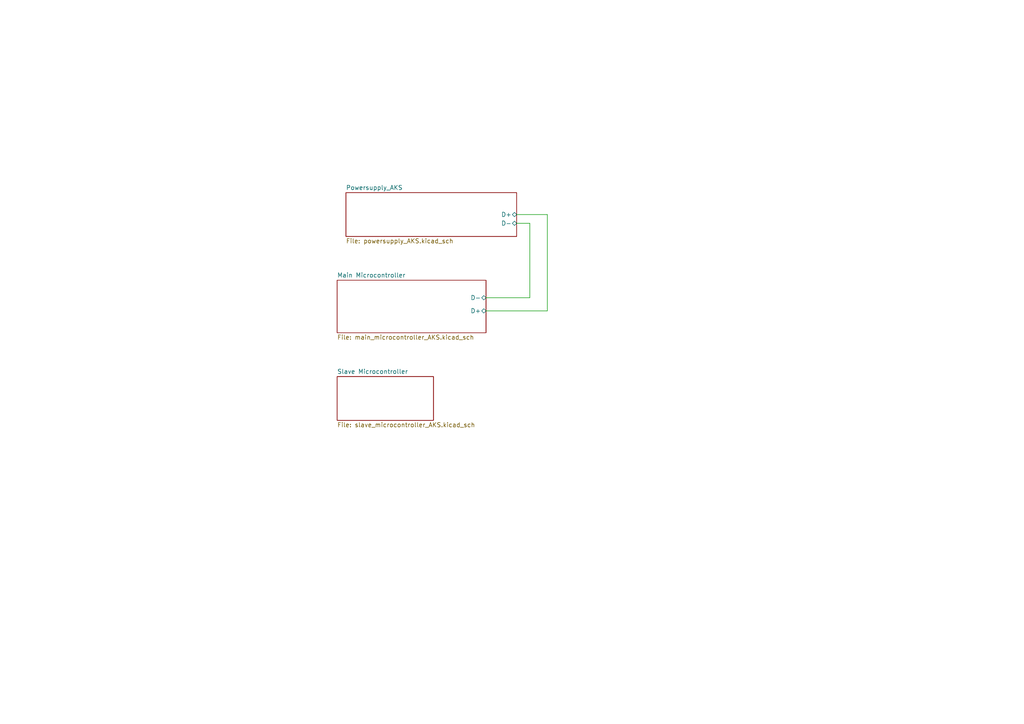
<source format=kicad_sch>
(kicad_sch
	(version 20231120)
	(generator "eeschema")
	(generator_version "8.0")
	(uuid "ff414881-00bc-48a3-bd83-dba8c1da722a")
	(paper "A4")
	(title_block
		(title "Main sheet")
		(date "2024-03-27")
		(rev "v1.0")
		(company "Mechatronik Schule Winterthur")
		(comment 1 "This is the main schematic sheet of this KiCad Project")
	)
	(lib_symbols)
	(wire
		(pts
			(xy 158.75 90.17) (xy 158.75 62.23)
		)
		(stroke
			(width 0)
			(type default)
		)
		(uuid "05f72442-aeeb-4c73-8eb3-1ddae14d2be4")
	)
	(wire
		(pts
			(xy 140.97 86.36) (xy 153.67 86.36)
		)
		(stroke
			(width 0)
			(type default)
		)
		(uuid "248f463d-a232-47d9-846f-c866b34700fe")
	)
	(wire
		(pts
			(xy 158.75 62.23) (xy 149.86 62.23)
		)
		(stroke
			(width 0)
			(type default)
		)
		(uuid "65c2fbb7-f7b9-4257-80e9-f6283a4b8d2c")
	)
	(wire
		(pts
			(xy 140.97 90.17) (xy 158.75 90.17)
		)
		(stroke
			(width 0)
			(type default)
		)
		(uuid "7e065f1a-208c-4ded-bd4f-cac89a2a6a2a")
	)
	(wire
		(pts
			(xy 153.67 64.77) (xy 149.86 64.77)
		)
		(stroke
			(width 0)
			(type default)
		)
		(uuid "b0df4ef3-a728-44f9-a80c-c19972996a21")
	)
	(wire
		(pts
			(xy 153.67 86.36) (xy 153.67 64.77)
		)
		(stroke
			(width 0)
			(type default)
		)
		(uuid "bfb0b663-189f-44b6-a2f9-005b1242e486")
	)
	(sheet
		(at 97.79 81.28)
		(size 43.18 15.24)
		(fields_autoplaced yes)
		(stroke
			(width 0.1524)
			(type solid)
		)
		(fill
			(color 0 0 0 0.0000)
		)
		(uuid "352ad1d3-9b58-40da-b881-d99a3f860b8b")
		(property "Sheetname" "Main Microcontroller"
			(at 97.79 80.5684 0)
			(effects
				(font
					(size 1.27 1.27)
				)
				(justify left bottom)
			)
		)
		(property "Sheetfile" "main_microcontroller_AKS.kicad_sch"
			(at 97.79 97.1046 0)
			(effects
				(font
					(size 1.27 1.27)
				)
				(justify left top)
			)
		)
		(pin "D-" bidirectional
			(at 140.97 86.36 0)
			(effects
				(font
					(size 1.27 1.27)
				)
				(justify right)
			)
			(uuid "82a1feae-cf04-4503-b5f7-4f9739c7f505")
		)
		(pin "D+" bidirectional
			(at 140.97 90.17 0)
			(effects
				(font
					(size 1.27 1.27)
				)
				(justify right)
			)
			(uuid "3c56f490-1408-48ba-8177-233b5abdefc2")
		)
		(instances
			(project "Automatischer-Kabelschneider"
				(path "/ff414881-00bc-48a3-bd83-dba8c1da722a"
					(page "3")
				)
			)
		)
	)
	(sheet
		(at 97.79 109.22)
		(size 27.94 12.7)
		(fields_autoplaced yes)
		(stroke
			(width 0.1524)
			(type solid)
		)
		(fill
			(color 0 0 0 0.0000)
		)
		(uuid "b7d74188-216a-42cc-9b81-f0b98f12fae4")
		(property "Sheetname" "Slave Microcontroller"
			(at 97.79 108.5084 0)
			(effects
				(font
					(size 1.27 1.27)
				)
				(justify left bottom)
			)
		)
		(property "Sheetfile" "slave_microcontroller_AKS.kicad_sch"
			(at 97.79 122.5046 0)
			(effects
				(font
					(size 1.27 1.27)
				)
				(justify left top)
			)
		)
		(instances
			(project "Automatischer-Kabelschneider"
				(path "/ff414881-00bc-48a3-bd83-dba8c1da722a"
					(page "4")
				)
			)
		)
	)
	(sheet
		(at 100.33 55.88)
		(size 49.53 12.7)
		(fields_autoplaced yes)
		(stroke
			(width 0.1524)
			(type solid)
		)
		(fill
			(color 0 0 0 0.0000)
		)
		(uuid "f74e80f9-ed0a-4a5e-b87b-a2149d82d164")
		(property "Sheetname" "Powersupply_AKS"
			(at 100.33 55.1684 0)
			(effects
				(font
					(size 1.27 1.27)
				)
				(justify left bottom)
			)
		)
		(property "Sheetfile" "powersupply_AKS.kicad_sch"
			(at 100.33 69.1646 0)
			(effects
				(font
					(size 1.27 1.27)
				)
				(justify left top)
			)
		)
		(pin "D+" bidirectional
			(at 149.86 62.23 0)
			(effects
				(font
					(size 1.27 1.27)
				)
				(justify right)
			)
			(uuid "3b2bd8bf-7ca5-47f0-bfb1-277b4702ca80")
		)
		(pin "D-" bidirectional
			(at 149.86 64.77 0)
			(effects
				(font
					(size 1.27 1.27)
				)
				(justify right)
			)
			(uuid "6a35ed13-9bfd-4e8c-aa1a-d9a358e4b8ae")
		)
		(instances
			(project "Automatischer-Kabelschneider"
				(path "/ff414881-00bc-48a3-bd83-dba8c1da722a"
					(page "2")
				)
			)
		)
	)
	(sheet_instances
		(path "/"
			(page "1")
		)
	)
)
</source>
